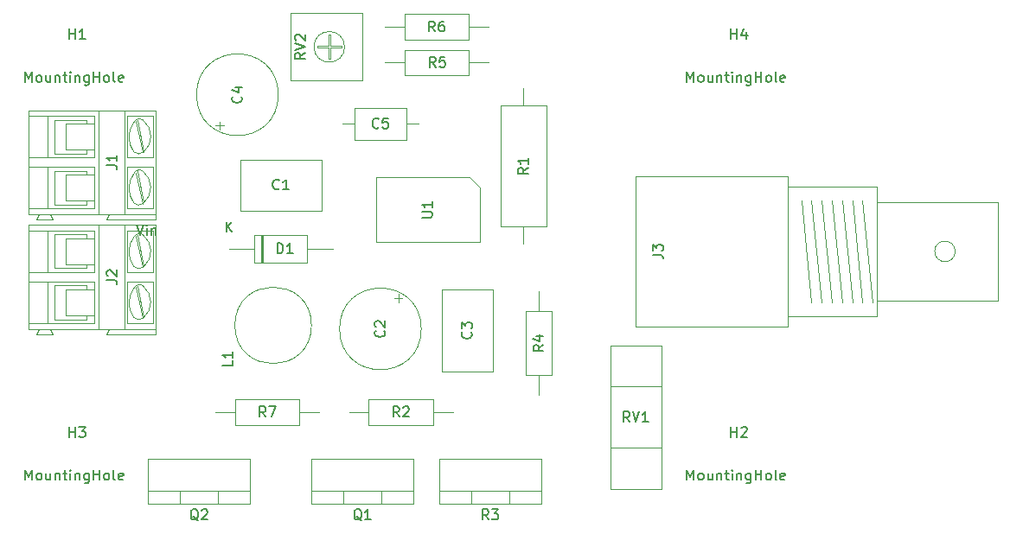
<source format=gbr>
G04 #@! TF.GenerationSoftware,KiCad,Pcbnew,(6.0.2)*
G04 #@! TF.CreationDate,2022-10-13T14:07:27+01:00*
G04 #@! TF.ProjectId,led_driver,6c65645f-6472-4697-9665-722e6b696361,rev?*
G04 #@! TF.SameCoordinates,Original*
G04 #@! TF.FileFunction,AssemblyDrawing,Top*
%FSLAX46Y46*%
G04 Gerber Fmt 4.6, Leading zero omitted, Abs format (unit mm)*
G04 Created by KiCad (PCBNEW (6.0.2)) date 2022-10-13 14:07:27*
%MOMM*%
%LPD*%
G01*
G04 APERTURE LIST*
%ADD10C,0.150000*%
%ADD11C,0.100000*%
G04 APERTURE END LIST*
D10*
X120833333Y-67107142D02*
X120785714Y-67154761D01*
X120642857Y-67202380D01*
X120547619Y-67202380D01*
X120404761Y-67154761D01*
X120309523Y-67059523D01*
X120261904Y-66964285D01*
X120214285Y-66773809D01*
X120214285Y-66630952D01*
X120261904Y-66440476D01*
X120309523Y-66345238D01*
X120404761Y-66250000D01*
X120547619Y-66202380D01*
X120642857Y-66202380D01*
X120785714Y-66250000D01*
X120833333Y-66297619D01*
X121738095Y-66202380D02*
X121261904Y-66202380D01*
X121214285Y-66678571D01*
X121261904Y-66630952D01*
X121357142Y-66583333D01*
X121595238Y-66583333D01*
X121690476Y-66630952D01*
X121738095Y-66678571D01*
X121785714Y-66773809D01*
X121785714Y-67011904D01*
X121738095Y-67107142D01*
X121690476Y-67154761D01*
X121595238Y-67202380D01*
X121357142Y-67202380D01*
X121261904Y-67154761D01*
X121214285Y-67107142D01*
X113642380Y-59805238D02*
X113166190Y-60138571D01*
X113642380Y-60376666D02*
X112642380Y-60376666D01*
X112642380Y-59995714D01*
X112690000Y-59900476D01*
X112737619Y-59852857D01*
X112832857Y-59805238D01*
X112975714Y-59805238D01*
X113070952Y-59852857D01*
X113118571Y-59900476D01*
X113166190Y-59995714D01*
X113166190Y-60376666D01*
X112642380Y-59519523D02*
X113642380Y-59186190D01*
X112642380Y-58852857D01*
X112737619Y-58567142D02*
X112690000Y-58519523D01*
X112642380Y-58424285D01*
X112642380Y-58186190D01*
X112690000Y-58090952D01*
X112737619Y-58043333D01*
X112832857Y-57995714D01*
X112928095Y-57995714D01*
X113070952Y-58043333D01*
X113642380Y-58614761D01*
X113642380Y-57995714D01*
X145404761Y-95952380D02*
X145071428Y-95476190D01*
X144833333Y-95952380D02*
X144833333Y-94952380D01*
X145214285Y-94952380D01*
X145309523Y-95000000D01*
X145357142Y-95047619D01*
X145404761Y-95142857D01*
X145404761Y-95285714D01*
X145357142Y-95380952D01*
X145309523Y-95428571D01*
X145214285Y-95476190D01*
X144833333Y-95476190D01*
X145690476Y-94952380D02*
X146023809Y-95952380D01*
X146357142Y-94952380D01*
X147214285Y-95952380D02*
X146642857Y-95952380D01*
X146928571Y-95952380D02*
X146928571Y-94952380D01*
X146833333Y-95095238D01*
X146738095Y-95190476D01*
X146642857Y-95238095D01*
X109753333Y-95452380D02*
X109420000Y-94976190D01*
X109181904Y-95452380D02*
X109181904Y-94452380D01*
X109562857Y-94452380D01*
X109658095Y-94500000D01*
X109705714Y-94547619D01*
X109753333Y-94642857D01*
X109753333Y-94785714D01*
X109705714Y-94880952D01*
X109658095Y-94928571D01*
X109562857Y-94976190D01*
X109181904Y-94976190D01*
X110086666Y-94452380D02*
X110753333Y-94452380D01*
X110324761Y-95452380D01*
X131583333Y-105527380D02*
X131250000Y-105051190D01*
X131011904Y-105527380D02*
X131011904Y-104527380D01*
X131392857Y-104527380D01*
X131488095Y-104575000D01*
X131535714Y-104622619D01*
X131583333Y-104717857D01*
X131583333Y-104860714D01*
X131535714Y-104955952D01*
X131488095Y-105003571D01*
X131392857Y-105051190D01*
X131011904Y-105051190D01*
X131916666Y-104527380D02*
X132535714Y-104527380D01*
X132202380Y-104908333D01*
X132345238Y-104908333D01*
X132440476Y-104955952D01*
X132488095Y-105003571D01*
X132535714Y-105098809D01*
X132535714Y-105336904D01*
X132488095Y-105432142D01*
X132440476Y-105479761D01*
X132345238Y-105527380D01*
X132059523Y-105527380D01*
X131964285Y-105479761D01*
X131916666Y-105432142D01*
X122833333Y-95452380D02*
X122500000Y-94976190D01*
X122261904Y-95452380D02*
X122261904Y-94452380D01*
X122642857Y-94452380D01*
X122738095Y-94500000D01*
X122785714Y-94547619D01*
X122833333Y-94642857D01*
X122833333Y-94785714D01*
X122785714Y-94880952D01*
X122738095Y-94928571D01*
X122642857Y-94976190D01*
X122261904Y-94976190D01*
X123214285Y-94547619D02*
X123261904Y-94500000D01*
X123357142Y-94452380D01*
X123595238Y-94452380D01*
X123690476Y-94500000D01*
X123738095Y-94547619D01*
X123785714Y-94642857D01*
X123785714Y-94738095D01*
X123738095Y-94880952D01*
X123166666Y-95452380D01*
X123785714Y-95452380D01*
X135452380Y-71046666D02*
X134976190Y-71380000D01*
X135452380Y-71618095D02*
X134452380Y-71618095D01*
X134452380Y-71237142D01*
X134500000Y-71141904D01*
X134547619Y-71094285D01*
X134642857Y-71046666D01*
X134785714Y-71046666D01*
X134880952Y-71094285D01*
X134928571Y-71141904D01*
X134976190Y-71237142D01*
X134976190Y-71618095D01*
X135452380Y-70094285D02*
X135452380Y-70665714D01*
X135452380Y-70380000D02*
X134452380Y-70380000D01*
X134595238Y-70475238D01*
X134690476Y-70570476D01*
X134738095Y-70665714D01*
X103154761Y-105622619D02*
X103059523Y-105575000D01*
X102964285Y-105479761D01*
X102821428Y-105336904D01*
X102726190Y-105289285D01*
X102630952Y-105289285D01*
X102678571Y-105527380D02*
X102583333Y-105479761D01*
X102488095Y-105384523D01*
X102440476Y-105194047D01*
X102440476Y-104860714D01*
X102488095Y-104670238D01*
X102583333Y-104575000D01*
X102678571Y-104527380D01*
X102869047Y-104527380D01*
X102964285Y-104575000D01*
X103059523Y-104670238D01*
X103107142Y-104860714D01*
X103107142Y-105194047D01*
X103059523Y-105384523D01*
X102964285Y-105479761D01*
X102869047Y-105527380D01*
X102678571Y-105527380D01*
X103488095Y-104622619D02*
X103535714Y-104575000D01*
X103630952Y-104527380D01*
X103869047Y-104527380D01*
X103964285Y-104575000D01*
X104011904Y-104622619D01*
X104059523Y-104717857D01*
X104059523Y-104813095D01*
X104011904Y-104955952D01*
X103440476Y-105527380D01*
X104059523Y-105527380D01*
X119154761Y-105622619D02*
X119059523Y-105575000D01*
X118964285Y-105479761D01*
X118821428Y-105336904D01*
X118726190Y-105289285D01*
X118630952Y-105289285D01*
X118678571Y-105527380D02*
X118583333Y-105479761D01*
X118488095Y-105384523D01*
X118440476Y-105194047D01*
X118440476Y-104860714D01*
X118488095Y-104670238D01*
X118583333Y-104575000D01*
X118678571Y-104527380D01*
X118869047Y-104527380D01*
X118964285Y-104575000D01*
X119059523Y-104670238D01*
X119107142Y-104860714D01*
X119107142Y-105194047D01*
X119059523Y-105384523D01*
X118964285Y-105479761D01*
X118869047Y-105527380D01*
X118678571Y-105527380D01*
X120059523Y-105527380D02*
X119488095Y-105527380D01*
X119773809Y-105527380D02*
X119773809Y-104527380D01*
X119678571Y-104670238D01*
X119583333Y-104765476D01*
X119488095Y-104813095D01*
X111083333Y-73107142D02*
X111035714Y-73154761D01*
X110892857Y-73202380D01*
X110797619Y-73202380D01*
X110654761Y-73154761D01*
X110559523Y-73059523D01*
X110511904Y-72964285D01*
X110464285Y-72773809D01*
X110464285Y-72630952D01*
X110511904Y-72440476D01*
X110559523Y-72345238D01*
X110654761Y-72250000D01*
X110797619Y-72202380D01*
X110892857Y-72202380D01*
X111035714Y-72250000D01*
X111083333Y-72297619D01*
X112035714Y-73202380D02*
X111464285Y-73202380D01*
X111750000Y-73202380D02*
X111750000Y-72202380D01*
X111654761Y-72345238D01*
X111559523Y-72440476D01*
X111464285Y-72488095D01*
X121357142Y-87014015D02*
X121404761Y-87061634D01*
X121452380Y-87204491D01*
X121452380Y-87299729D01*
X121404761Y-87442587D01*
X121309523Y-87537825D01*
X121214285Y-87585444D01*
X121023809Y-87633063D01*
X120880952Y-87633063D01*
X120690476Y-87585444D01*
X120595238Y-87537825D01*
X120500000Y-87442587D01*
X120452380Y-87299729D01*
X120452380Y-87204491D01*
X120500000Y-87061634D01*
X120547619Y-87014015D01*
X120547619Y-86633063D02*
X120500000Y-86585444D01*
X120452380Y-86490206D01*
X120452380Y-86252110D01*
X120500000Y-86156872D01*
X120547619Y-86109253D01*
X120642857Y-86061634D01*
X120738095Y-86061634D01*
X120880952Y-86109253D01*
X121452380Y-86680682D01*
X121452380Y-86061634D01*
X129857142Y-87166666D02*
X129904761Y-87214285D01*
X129952380Y-87357142D01*
X129952380Y-87452380D01*
X129904761Y-87595238D01*
X129809523Y-87690476D01*
X129714285Y-87738095D01*
X129523809Y-87785714D01*
X129380952Y-87785714D01*
X129190476Y-87738095D01*
X129095238Y-87690476D01*
X129000000Y-87595238D01*
X128952380Y-87452380D01*
X128952380Y-87357142D01*
X129000000Y-87214285D01*
X129047619Y-87166666D01*
X128952380Y-86833333D02*
X128952380Y-86214285D01*
X129333333Y-86547619D01*
X129333333Y-86404761D01*
X129380952Y-86309523D01*
X129428571Y-86261904D01*
X129523809Y-86214285D01*
X129761904Y-86214285D01*
X129857142Y-86261904D01*
X129904761Y-86309523D01*
X129952380Y-86404761D01*
X129952380Y-86690476D01*
X129904761Y-86785714D01*
X129857142Y-86833333D01*
X107357142Y-64069317D02*
X107404761Y-64116936D01*
X107452380Y-64259793D01*
X107452380Y-64355031D01*
X107404761Y-64497889D01*
X107309523Y-64593127D01*
X107214285Y-64640746D01*
X107023809Y-64688365D01*
X106880952Y-64688365D01*
X106690476Y-64640746D01*
X106595238Y-64593127D01*
X106500000Y-64497889D01*
X106452380Y-64355031D01*
X106452380Y-64259793D01*
X106500000Y-64116936D01*
X106547619Y-64069317D01*
X106785714Y-63212174D02*
X107452380Y-63212174D01*
X106404761Y-63450270D02*
X107119047Y-63688365D01*
X107119047Y-63069317D01*
X105908095Y-77352380D02*
X105908095Y-76352380D01*
X106479523Y-77352380D02*
X106050952Y-76780952D01*
X106479523Y-76352380D02*
X105908095Y-76923809D01*
X110901904Y-79452380D02*
X110901904Y-78452380D01*
X111140000Y-78452380D01*
X111282857Y-78500000D01*
X111378095Y-78595238D01*
X111425714Y-78690476D01*
X111473333Y-78880952D01*
X111473333Y-79023809D01*
X111425714Y-79214285D01*
X111378095Y-79309523D01*
X111282857Y-79404761D01*
X111140000Y-79452380D01*
X110901904Y-79452380D01*
X112425714Y-79452380D02*
X111854285Y-79452380D01*
X112140000Y-79452380D02*
X112140000Y-78452380D01*
X112044761Y-78595238D01*
X111949523Y-78690476D01*
X111854285Y-78738095D01*
X94202380Y-82068333D02*
X94916666Y-82068333D01*
X95059523Y-82115952D01*
X95154761Y-82211190D01*
X95202380Y-82354047D01*
X95202380Y-82449285D01*
X94297619Y-81639761D02*
X94250000Y-81592142D01*
X94202380Y-81496904D01*
X94202380Y-81258809D01*
X94250000Y-81163571D01*
X94297619Y-81115952D01*
X94392857Y-81068333D01*
X94488095Y-81068333D01*
X94630952Y-81115952D01*
X95202380Y-81687380D01*
X95202380Y-81068333D01*
X147652380Y-79583333D02*
X148366666Y-79583333D01*
X148509523Y-79630952D01*
X148604761Y-79726190D01*
X148652380Y-79869047D01*
X148652380Y-79964285D01*
X147652380Y-79202380D02*
X147652380Y-78583333D01*
X148033333Y-78916666D01*
X148033333Y-78773809D01*
X148080952Y-78678571D01*
X148128571Y-78630952D01*
X148223809Y-78583333D01*
X148461904Y-78583333D01*
X148557142Y-78630952D01*
X148604761Y-78678571D01*
X148652380Y-78773809D01*
X148652380Y-79059523D01*
X148604761Y-79154761D01*
X148557142Y-79202380D01*
X136952380Y-88416666D02*
X136476190Y-88750000D01*
X136952380Y-88988095D02*
X135952380Y-88988095D01*
X135952380Y-88607142D01*
X136000000Y-88511904D01*
X136047619Y-88464285D01*
X136142857Y-88416666D01*
X136285714Y-88416666D01*
X136380952Y-88464285D01*
X136428571Y-88511904D01*
X136476190Y-88607142D01*
X136476190Y-88988095D01*
X136285714Y-87559523D02*
X136952380Y-87559523D01*
X135904761Y-87797619D02*
X136619047Y-88035714D01*
X136619047Y-87416666D01*
X126384133Y-61202380D02*
X126050800Y-60726190D01*
X125812704Y-61202380D02*
X125812704Y-60202380D01*
X126193657Y-60202380D01*
X126288895Y-60250000D01*
X126336514Y-60297619D01*
X126384133Y-60392857D01*
X126384133Y-60535714D01*
X126336514Y-60630952D01*
X126288895Y-60678571D01*
X126193657Y-60726190D01*
X125812704Y-60726190D01*
X127288895Y-60202380D02*
X126812704Y-60202380D01*
X126765085Y-60678571D01*
X126812704Y-60630952D01*
X126907942Y-60583333D01*
X127146038Y-60583333D01*
X127241276Y-60630952D01*
X127288895Y-60678571D01*
X127336514Y-60773809D01*
X127336514Y-61011904D01*
X127288895Y-61107142D01*
X127241276Y-61154761D01*
X127146038Y-61202380D01*
X126907942Y-61202380D01*
X126812704Y-61154761D01*
X126765085Y-61107142D01*
X125080780Y-75932704D02*
X125890304Y-75932704D01*
X125985542Y-75885085D01*
X126033161Y-75837466D01*
X126080780Y-75742228D01*
X126080780Y-75551752D01*
X126033161Y-75456514D01*
X125985542Y-75408895D01*
X125890304Y-75361276D01*
X125080780Y-75361276D01*
X126080780Y-74361276D02*
X126080780Y-74932704D01*
X126080780Y-74646990D02*
X125080780Y-74646990D01*
X125223638Y-74742228D01*
X125318876Y-74837466D01*
X125366495Y-74932704D01*
X86214285Y-62652380D02*
X86214285Y-61652380D01*
X86547619Y-62366666D01*
X86880952Y-61652380D01*
X86880952Y-62652380D01*
X87500000Y-62652380D02*
X87404761Y-62604761D01*
X87357142Y-62557142D01*
X87309523Y-62461904D01*
X87309523Y-62176190D01*
X87357142Y-62080952D01*
X87404761Y-62033333D01*
X87500000Y-61985714D01*
X87642857Y-61985714D01*
X87738095Y-62033333D01*
X87785714Y-62080952D01*
X87833333Y-62176190D01*
X87833333Y-62461904D01*
X87785714Y-62557142D01*
X87738095Y-62604761D01*
X87642857Y-62652380D01*
X87500000Y-62652380D01*
X88690476Y-61985714D02*
X88690476Y-62652380D01*
X88261904Y-61985714D02*
X88261904Y-62509523D01*
X88309523Y-62604761D01*
X88404761Y-62652380D01*
X88547619Y-62652380D01*
X88642857Y-62604761D01*
X88690476Y-62557142D01*
X89166666Y-61985714D02*
X89166666Y-62652380D01*
X89166666Y-62080952D02*
X89214285Y-62033333D01*
X89309523Y-61985714D01*
X89452380Y-61985714D01*
X89547619Y-62033333D01*
X89595238Y-62128571D01*
X89595238Y-62652380D01*
X89928571Y-61985714D02*
X90309523Y-61985714D01*
X90071428Y-61652380D02*
X90071428Y-62509523D01*
X90119047Y-62604761D01*
X90214285Y-62652380D01*
X90309523Y-62652380D01*
X90642857Y-62652380D02*
X90642857Y-61985714D01*
X90642857Y-61652380D02*
X90595238Y-61700000D01*
X90642857Y-61747619D01*
X90690476Y-61700000D01*
X90642857Y-61652380D01*
X90642857Y-61747619D01*
X91119047Y-61985714D02*
X91119047Y-62652380D01*
X91119047Y-62080952D02*
X91166666Y-62033333D01*
X91261904Y-61985714D01*
X91404761Y-61985714D01*
X91500000Y-62033333D01*
X91547619Y-62128571D01*
X91547619Y-62652380D01*
X92452380Y-61985714D02*
X92452380Y-62795238D01*
X92404761Y-62890476D01*
X92357142Y-62938095D01*
X92261904Y-62985714D01*
X92119047Y-62985714D01*
X92023809Y-62938095D01*
X92452380Y-62604761D02*
X92357142Y-62652380D01*
X92166666Y-62652380D01*
X92071428Y-62604761D01*
X92023809Y-62557142D01*
X91976190Y-62461904D01*
X91976190Y-62176190D01*
X92023809Y-62080952D01*
X92071428Y-62033333D01*
X92166666Y-61985714D01*
X92357142Y-61985714D01*
X92452380Y-62033333D01*
X92928571Y-62652380D02*
X92928571Y-61652380D01*
X92928571Y-62128571D02*
X93500000Y-62128571D01*
X93500000Y-62652380D02*
X93500000Y-61652380D01*
X94119047Y-62652380D02*
X94023809Y-62604761D01*
X93976190Y-62557142D01*
X93928571Y-62461904D01*
X93928571Y-62176190D01*
X93976190Y-62080952D01*
X94023809Y-62033333D01*
X94119047Y-61985714D01*
X94261904Y-61985714D01*
X94357142Y-62033333D01*
X94404761Y-62080952D01*
X94452380Y-62176190D01*
X94452380Y-62461904D01*
X94404761Y-62557142D01*
X94357142Y-62604761D01*
X94261904Y-62652380D01*
X94119047Y-62652380D01*
X95023809Y-62652380D02*
X94928571Y-62604761D01*
X94880952Y-62509523D01*
X94880952Y-61652380D01*
X95785714Y-62604761D02*
X95690476Y-62652380D01*
X95500000Y-62652380D01*
X95404761Y-62604761D01*
X95357142Y-62509523D01*
X95357142Y-62128571D01*
X95404761Y-62033333D01*
X95500000Y-61985714D01*
X95690476Y-61985714D01*
X95785714Y-62033333D01*
X95833333Y-62128571D01*
X95833333Y-62223809D01*
X95357142Y-62319047D01*
X90538095Y-58452380D02*
X90538095Y-57452380D01*
X90538095Y-57928571D02*
X91109523Y-57928571D01*
X91109523Y-58452380D02*
X91109523Y-57452380D01*
X92109523Y-58452380D02*
X91538095Y-58452380D01*
X91823809Y-58452380D02*
X91823809Y-57452380D01*
X91728571Y-57595238D01*
X91633333Y-57690476D01*
X91538095Y-57738095D01*
X86214285Y-101652380D02*
X86214285Y-100652380D01*
X86547619Y-101366666D01*
X86880952Y-100652380D01*
X86880952Y-101652380D01*
X87500000Y-101652380D02*
X87404761Y-101604761D01*
X87357142Y-101557142D01*
X87309523Y-101461904D01*
X87309523Y-101176190D01*
X87357142Y-101080952D01*
X87404761Y-101033333D01*
X87500000Y-100985714D01*
X87642857Y-100985714D01*
X87738095Y-101033333D01*
X87785714Y-101080952D01*
X87833333Y-101176190D01*
X87833333Y-101461904D01*
X87785714Y-101557142D01*
X87738095Y-101604761D01*
X87642857Y-101652380D01*
X87500000Y-101652380D01*
X88690476Y-100985714D02*
X88690476Y-101652380D01*
X88261904Y-100985714D02*
X88261904Y-101509523D01*
X88309523Y-101604761D01*
X88404761Y-101652380D01*
X88547619Y-101652380D01*
X88642857Y-101604761D01*
X88690476Y-101557142D01*
X89166666Y-100985714D02*
X89166666Y-101652380D01*
X89166666Y-101080952D02*
X89214285Y-101033333D01*
X89309523Y-100985714D01*
X89452380Y-100985714D01*
X89547619Y-101033333D01*
X89595238Y-101128571D01*
X89595238Y-101652380D01*
X89928571Y-100985714D02*
X90309523Y-100985714D01*
X90071428Y-100652380D02*
X90071428Y-101509523D01*
X90119047Y-101604761D01*
X90214285Y-101652380D01*
X90309523Y-101652380D01*
X90642857Y-101652380D02*
X90642857Y-100985714D01*
X90642857Y-100652380D02*
X90595238Y-100700000D01*
X90642857Y-100747619D01*
X90690476Y-100700000D01*
X90642857Y-100652380D01*
X90642857Y-100747619D01*
X91119047Y-100985714D02*
X91119047Y-101652380D01*
X91119047Y-101080952D02*
X91166666Y-101033333D01*
X91261904Y-100985714D01*
X91404761Y-100985714D01*
X91500000Y-101033333D01*
X91547619Y-101128571D01*
X91547619Y-101652380D01*
X92452380Y-100985714D02*
X92452380Y-101795238D01*
X92404761Y-101890476D01*
X92357142Y-101938095D01*
X92261904Y-101985714D01*
X92119047Y-101985714D01*
X92023809Y-101938095D01*
X92452380Y-101604761D02*
X92357142Y-101652380D01*
X92166666Y-101652380D01*
X92071428Y-101604761D01*
X92023809Y-101557142D01*
X91976190Y-101461904D01*
X91976190Y-101176190D01*
X92023809Y-101080952D01*
X92071428Y-101033333D01*
X92166666Y-100985714D01*
X92357142Y-100985714D01*
X92452380Y-101033333D01*
X92928571Y-101652380D02*
X92928571Y-100652380D01*
X92928571Y-101128571D02*
X93500000Y-101128571D01*
X93500000Y-101652380D02*
X93500000Y-100652380D01*
X94119047Y-101652380D02*
X94023809Y-101604761D01*
X93976190Y-101557142D01*
X93928571Y-101461904D01*
X93928571Y-101176190D01*
X93976190Y-101080952D01*
X94023809Y-101033333D01*
X94119047Y-100985714D01*
X94261904Y-100985714D01*
X94357142Y-101033333D01*
X94404761Y-101080952D01*
X94452380Y-101176190D01*
X94452380Y-101461904D01*
X94404761Y-101557142D01*
X94357142Y-101604761D01*
X94261904Y-101652380D01*
X94119047Y-101652380D01*
X95023809Y-101652380D02*
X94928571Y-101604761D01*
X94880952Y-101509523D01*
X94880952Y-100652380D01*
X95785714Y-101604761D02*
X95690476Y-101652380D01*
X95500000Y-101652380D01*
X95404761Y-101604761D01*
X95357142Y-101509523D01*
X95357142Y-101128571D01*
X95404761Y-101033333D01*
X95500000Y-100985714D01*
X95690476Y-100985714D01*
X95785714Y-101033333D01*
X95833333Y-101128571D01*
X95833333Y-101223809D01*
X95357142Y-101319047D01*
X90538095Y-97452380D02*
X90538095Y-96452380D01*
X90538095Y-96928571D02*
X91109523Y-96928571D01*
X91109523Y-97452380D02*
X91109523Y-96452380D01*
X91490476Y-96452380D02*
X92109523Y-96452380D01*
X91776190Y-96833333D01*
X91919047Y-96833333D01*
X92014285Y-96880952D01*
X92061904Y-96928571D01*
X92109523Y-97023809D01*
X92109523Y-97261904D01*
X92061904Y-97357142D01*
X92014285Y-97404761D01*
X91919047Y-97452380D01*
X91633333Y-97452380D01*
X91538095Y-97404761D01*
X91490476Y-97357142D01*
X126333333Y-57702380D02*
X126000000Y-57226190D01*
X125761904Y-57702380D02*
X125761904Y-56702380D01*
X126142857Y-56702380D01*
X126238095Y-56750000D01*
X126285714Y-56797619D01*
X126333333Y-56892857D01*
X126333333Y-57035714D01*
X126285714Y-57130952D01*
X126238095Y-57178571D01*
X126142857Y-57226190D01*
X125761904Y-57226190D01*
X127190476Y-56702380D02*
X127000000Y-56702380D01*
X126904761Y-56750000D01*
X126857142Y-56797619D01*
X126761904Y-56940476D01*
X126714285Y-57130952D01*
X126714285Y-57511904D01*
X126761904Y-57607142D01*
X126809523Y-57654761D01*
X126904761Y-57702380D01*
X127095238Y-57702380D01*
X127190476Y-57654761D01*
X127238095Y-57607142D01*
X127285714Y-57511904D01*
X127285714Y-57273809D01*
X127238095Y-57178571D01*
X127190476Y-57130952D01*
X127095238Y-57083333D01*
X126904761Y-57083333D01*
X126809523Y-57130952D01*
X126761904Y-57178571D01*
X126714285Y-57273809D01*
X151014285Y-62652380D02*
X151014285Y-61652380D01*
X151347619Y-62366666D01*
X151680952Y-61652380D01*
X151680952Y-62652380D01*
X152300000Y-62652380D02*
X152204761Y-62604761D01*
X152157142Y-62557142D01*
X152109523Y-62461904D01*
X152109523Y-62176190D01*
X152157142Y-62080952D01*
X152204761Y-62033333D01*
X152300000Y-61985714D01*
X152442857Y-61985714D01*
X152538095Y-62033333D01*
X152585714Y-62080952D01*
X152633333Y-62176190D01*
X152633333Y-62461904D01*
X152585714Y-62557142D01*
X152538095Y-62604761D01*
X152442857Y-62652380D01*
X152300000Y-62652380D01*
X153490476Y-61985714D02*
X153490476Y-62652380D01*
X153061904Y-61985714D02*
X153061904Y-62509523D01*
X153109523Y-62604761D01*
X153204761Y-62652380D01*
X153347619Y-62652380D01*
X153442857Y-62604761D01*
X153490476Y-62557142D01*
X153966666Y-61985714D02*
X153966666Y-62652380D01*
X153966666Y-62080952D02*
X154014285Y-62033333D01*
X154109523Y-61985714D01*
X154252380Y-61985714D01*
X154347619Y-62033333D01*
X154395238Y-62128571D01*
X154395238Y-62652380D01*
X154728571Y-61985714D02*
X155109523Y-61985714D01*
X154871428Y-61652380D02*
X154871428Y-62509523D01*
X154919047Y-62604761D01*
X155014285Y-62652380D01*
X155109523Y-62652380D01*
X155442857Y-62652380D02*
X155442857Y-61985714D01*
X155442857Y-61652380D02*
X155395238Y-61700000D01*
X155442857Y-61747619D01*
X155490476Y-61700000D01*
X155442857Y-61652380D01*
X155442857Y-61747619D01*
X155919047Y-61985714D02*
X155919047Y-62652380D01*
X155919047Y-62080952D02*
X155966666Y-62033333D01*
X156061904Y-61985714D01*
X156204761Y-61985714D01*
X156300000Y-62033333D01*
X156347619Y-62128571D01*
X156347619Y-62652380D01*
X157252380Y-61985714D02*
X157252380Y-62795238D01*
X157204761Y-62890476D01*
X157157142Y-62938095D01*
X157061904Y-62985714D01*
X156919047Y-62985714D01*
X156823809Y-62938095D01*
X157252380Y-62604761D02*
X157157142Y-62652380D01*
X156966666Y-62652380D01*
X156871428Y-62604761D01*
X156823809Y-62557142D01*
X156776190Y-62461904D01*
X156776190Y-62176190D01*
X156823809Y-62080952D01*
X156871428Y-62033333D01*
X156966666Y-61985714D01*
X157157142Y-61985714D01*
X157252380Y-62033333D01*
X157728571Y-62652380D02*
X157728571Y-61652380D01*
X157728571Y-62128571D02*
X158300000Y-62128571D01*
X158300000Y-62652380D02*
X158300000Y-61652380D01*
X158919047Y-62652380D02*
X158823809Y-62604761D01*
X158776190Y-62557142D01*
X158728571Y-62461904D01*
X158728571Y-62176190D01*
X158776190Y-62080952D01*
X158823809Y-62033333D01*
X158919047Y-61985714D01*
X159061904Y-61985714D01*
X159157142Y-62033333D01*
X159204761Y-62080952D01*
X159252380Y-62176190D01*
X159252380Y-62461904D01*
X159204761Y-62557142D01*
X159157142Y-62604761D01*
X159061904Y-62652380D01*
X158919047Y-62652380D01*
X159823809Y-62652380D02*
X159728571Y-62604761D01*
X159680952Y-62509523D01*
X159680952Y-61652380D01*
X160585714Y-62604761D02*
X160490476Y-62652380D01*
X160300000Y-62652380D01*
X160204761Y-62604761D01*
X160157142Y-62509523D01*
X160157142Y-62128571D01*
X160204761Y-62033333D01*
X160300000Y-61985714D01*
X160490476Y-61985714D01*
X160585714Y-62033333D01*
X160633333Y-62128571D01*
X160633333Y-62223809D01*
X160157142Y-62319047D01*
X155338095Y-58452380D02*
X155338095Y-57452380D01*
X155338095Y-57928571D02*
X155909523Y-57928571D01*
X155909523Y-58452380D02*
X155909523Y-57452380D01*
X156814285Y-57785714D02*
X156814285Y-58452380D01*
X156576190Y-57404761D02*
X156338095Y-58119047D01*
X156957142Y-58119047D01*
X97126190Y-76652380D02*
X97459523Y-77652380D01*
X97792857Y-76652380D01*
X98126190Y-77652380D02*
X98126190Y-76985714D01*
X98126190Y-76652380D02*
X98078571Y-76700000D01*
X98126190Y-76747619D01*
X98173809Y-76700000D01*
X98126190Y-76652380D01*
X98126190Y-76747619D01*
X98602380Y-76985714D02*
X98602380Y-77652380D01*
X98602380Y-77080952D02*
X98650000Y-77033333D01*
X98745238Y-76985714D01*
X98888095Y-76985714D01*
X98983333Y-77033333D01*
X99030952Y-77128571D01*
X99030952Y-77652380D01*
X94202380Y-70833333D02*
X94916666Y-70833333D01*
X95059523Y-70880952D01*
X95154761Y-70976190D01*
X95202380Y-71119047D01*
X95202380Y-71214285D01*
X95202380Y-69833333D02*
X95202380Y-70404761D01*
X95202380Y-70119047D02*
X94202380Y-70119047D01*
X94345238Y-70214285D01*
X94440476Y-70309523D01*
X94488095Y-70404761D01*
X151014285Y-101652380D02*
X151014285Y-100652380D01*
X151347619Y-101366666D01*
X151680952Y-100652380D01*
X151680952Y-101652380D01*
X152300000Y-101652380D02*
X152204761Y-101604761D01*
X152157142Y-101557142D01*
X152109523Y-101461904D01*
X152109523Y-101176190D01*
X152157142Y-101080952D01*
X152204761Y-101033333D01*
X152300000Y-100985714D01*
X152442857Y-100985714D01*
X152538095Y-101033333D01*
X152585714Y-101080952D01*
X152633333Y-101176190D01*
X152633333Y-101461904D01*
X152585714Y-101557142D01*
X152538095Y-101604761D01*
X152442857Y-101652380D01*
X152300000Y-101652380D01*
X153490476Y-100985714D02*
X153490476Y-101652380D01*
X153061904Y-100985714D02*
X153061904Y-101509523D01*
X153109523Y-101604761D01*
X153204761Y-101652380D01*
X153347619Y-101652380D01*
X153442857Y-101604761D01*
X153490476Y-101557142D01*
X153966666Y-100985714D02*
X153966666Y-101652380D01*
X153966666Y-101080952D02*
X154014285Y-101033333D01*
X154109523Y-100985714D01*
X154252380Y-100985714D01*
X154347619Y-101033333D01*
X154395238Y-101128571D01*
X154395238Y-101652380D01*
X154728571Y-100985714D02*
X155109523Y-100985714D01*
X154871428Y-100652380D02*
X154871428Y-101509523D01*
X154919047Y-101604761D01*
X155014285Y-101652380D01*
X155109523Y-101652380D01*
X155442857Y-101652380D02*
X155442857Y-100985714D01*
X155442857Y-100652380D02*
X155395238Y-100700000D01*
X155442857Y-100747619D01*
X155490476Y-100700000D01*
X155442857Y-100652380D01*
X155442857Y-100747619D01*
X155919047Y-100985714D02*
X155919047Y-101652380D01*
X155919047Y-101080952D02*
X155966666Y-101033333D01*
X156061904Y-100985714D01*
X156204761Y-100985714D01*
X156300000Y-101033333D01*
X156347619Y-101128571D01*
X156347619Y-101652380D01*
X157252380Y-100985714D02*
X157252380Y-101795238D01*
X157204761Y-101890476D01*
X157157142Y-101938095D01*
X157061904Y-101985714D01*
X156919047Y-101985714D01*
X156823809Y-101938095D01*
X157252380Y-101604761D02*
X157157142Y-101652380D01*
X156966666Y-101652380D01*
X156871428Y-101604761D01*
X156823809Y-101557142D01*
X156776190Y-101461904D01*
X156776190Y-101176190D01*
X156823809Y-101080952D01*
X156871428Y-101033333D01*
X156966666Y-100985714D01*
X157157142Y-100985714D01*
X157252380Y-101033333D01*
X157728571Y-101652380D02*
X157728571Y-100652380D01*
X157728571Y-101128571D02*
X158300000Y-101128571D01*
X158300000Y-101652380D02*
X158300000Y-100652380D01*
X158919047Y-101652380D02*
X158823809Y-101604761D01*
X158776190Y-101557142D01*
X158728571Y-101461904D01*
X158728571Y-101176190D01*
X158776190Y-101080952D01*
X158823809Y-101033333D01*
X158919047Y-100985714D01*
X159061904Y-100985714D01*
X159157142Y-101033333D01*
X159204761Y-101080952D01*
X159252380Y-101176190D01*
X159252380Y-101461904D01*
X159204761Y-101557142D01*
X159157142Y-101604761D01*
X159061904Y-101652380D01*
X158919047Y-101652380D01*
X159823809Y-101652380D02*
X159728571Y-101604761D01*
X159680952Y-101509523D01*
X159680952Y-100652380D01*
X160585714Y-101604761D02*
X160490476Y-101652380D01*
X160300000Y-101652380D01*
X160204761Y-101604761D01*
X160157142Y-101509523D01*
X160157142Y-101128571D01*
X160204761Y-101033333D01*
X160300000Y-100985714D01*
X160490476Y-100985714D01*
X160585714Y-101033333D01*
X160633333Y-101128571D01*
X160633333Y-101223809D01*
X160157142Y-101319047D01*
X155338095Y-97452380D02*
X155338095Y-96452380D01*
X155338095Y-96928571D02*
X155909523Y-96928571D01*
X155909523Y-97452380D02*
X155909523Y-96452380D01*
X156338095Y-96547619D02*
X156385714Y-96500000D01*
X156480952Y-96452380D01*
X156719047Y-96452380D01*
X156814285Y-96500000D01*
X156861904Y-96547619D01*
X156909523Y-96642857D01*
X156909523Y-96738095D01*
X156861904Y-96880952D01*
X156290476Y-97452380D01*
X156909523Y-97452380D01*
X106552380Y-89966666D02*
X106552380Y-90442857D01*
X105552380Y-90442857D01*
X106552380Y-89109523D02*
X106552380Y-89680952D01*
X106552380Y-89395238D02*
X105552380Y-89395238D01*
X105695238Y-89490476D01*
X105790476Y-89585714D01*
X105838095Y-89680952D01*
D11*
X117250000Y-66750000D02*
X118450000Y-66750000D01*
X123550000Y-68300000D02*
X123550000Y-65200000D01*
X118450000Y-68300000D02*
X123550000Y-68300000D01*
X118450000Y-65200000D02*
X118450000Y-68300000D01*
X123550000Y-65200000D02*
X118450000Y-65200000D01*
X124750000Y-66750000D02*
X123550000Y-66750000D01*
X112190000Y-55910000D02*
X112190000Y-62510000D01*
X116066000Y-60411000D02*
X115914000Y-60411000D01*
X112190000Y-62510000D02*
X119190000Y-62510000D01*
X115914000Y-59286000D02*
X114789000Y-59286000D01*
X114789000Y-59286000D02*
X114789000Y-59134000D01*
X116066000Y-59286000D02*
X116066000Y-60411000D01*
X117191000Y-59286000D02*
X116066000Y-59286000D01*
X115914000Y-60411000D02*
X115914000Y-59286000D01*
X116066000Y-59134000D02*
X117191000Y-59134000D01*
X119190000Y-62510000D02*
X119190000Y-55910000D01*
X119190000Y-55910000D02*
X112190000Y-55910000D01*
X117191000Y-59134000D02*
X117191000Y-59286000D01*
X116066000Y-58009000D02*
X116066000Y-59134000D01*
X115914000Y-59134000D02*
X115914000Y-58009000D01*
X114789000Y-59134000D02*
X115914000Y-59134000D01*
X115914000Y-58009000D02*
X116066000Y-58009000D01*
X117490000Y-59210000D02*
G75*
G03*
X117490000Y-59210000I-1500000J0D01*
G01*
X148500000Y-102500000D02*
X143500000Y-102500000D01*
X143500000Y-92500000D02*
X143500000Y-98500000D01*
X143500000Y-88500000D02*
X148500000Y-88500000D01*
X143500000Y-98500000D02*
X148500000Y-98500000D01*
X143500000Y-102500000D02*
X143500000Y-88500000D01*
X148500000Y-92500000D02*
X143500000Y-92500000D01*
X148500000Y-88500000D02*
X148500000Y-102500000D01*
X148500000Y-98500000D02*
X148500000Y-92500000D01*
X106770000Y-96250000D02*
X113070000Y-96250000D01*
X113070000Y-93750000D02*
X106770000Y-93750000D01*
X106770000Y-93750000D02*
X106770000Y-96250000D01*
X113070000Y-96250000D02*
X113070000Y-93750000D01*
X115000000Y-95000000D02*
X113070000Y-95000000D01*
X104840000Y-95000000D02*
X106770000Y-95000000D01*
X133600000Y-103955000D02*
X133600000Y-102685000D01*
X126750000Y-99555000D02*
X126750000Y-103955000D01*
X129900000Y-103955000D02*
X129900000Y-102685000D01*
X136750000Y-102685000D02*
X126750000Y-102685000D01*
X136750000Y-103955000D02*
X136750000Y-99555000D01*
X136750000Y-99555000D02*
X126750000Y-99555000D01*
X126750000Y-103955000D02*
X136750000Y-103955000D01*
X126150000Y-93750000D02*
X119850000Y-93750000D01*
X119850000Y-96250000D02*
X126150000Y-96250000D01*
X126150000Y-96250000D02*
X126150000Y-93750000D01*
X119850000Y-93750000D02*
X119850000Y-96250000D01*
X117920000Y-95000000D02*
X119850000Y-95000000D01*
X128080000Y-95000000D02*
X126150000Y-95000000D01*
X132750000Y-64930000D02*
X132750000Y-76830000D01*
X137250000Y-64930000D02*
X132750000Y-64930000D01*
X135000000Y-78500000D02*
X135000000Y-76830000D01*
X137250000Y-76830000D02*
X137250000Y-64930000D01*
X132750000Y-76830000D02*
X137250000Y-76830000D01*
X135000000Y-63260000D02*
X135000000Y-64930000D01*
X98250000Y-99555000D02*
X98250000Y-103955000D01*
X101400000Y-103955000D02*
X101400000Y-102685000D01*
X108250000Y-102685000D02*
X98250000Y-102685000D01*
X98250000Y-103955000D02*
X108250000Y-103955000D01*
X108250000Y-99555000D02*
X98250000Y-99555000D01*
X105100000Y-103955000D02*
X105100000Y-102685000D01*
X108250000Y-103955000D02*
X108250000Y-99555000D01*
X114250000Y-99555000D02*
X114250000Y-103955000D01*
X117400000Y-103955000D02*
X117400000Y-102685000D01*
X124250000Y-102685000D02*
X114250000Y-102685000D01*
X114250000Y-103955000D02*
X124250000Y-103955000D01*
X124250000Y-99555000D02*
X114250000Y-99555000D01*
X121100000Y-103955000D02*
X121100000Y-102685000D01*
X124250000Y-103955000D02*
X124250000Y-99555000D01*
X107250000Y-70250000D02*
X107250000Y-75250000D01*
X115250000Y-75250000D02*
X115250000Y-70250000D01*
X115250000Y-70250000D02*
X107250000Y-70250000D01*
X107250000Y-75250000D02*
X115250000Y-75250000D01*
X123147500Y-83820590D02*
X122347500Y-83820590D01*
X122747500Y-83420590D02*
X122747500Y-84220590D01*
X125000000Y-86847349D02*
G75*
G03*
X125000000Y-86847349I-4000000J0D01*
G01*
X127000000Y-91000000D02*
X132000000Y-91000000D01*
X127000000Y-83000000D02*
X127000000Y-91000000D01*
X132000000Y-83000000D02*
X127000000Y-83000000D01*
X132000000Y-91000000D02*
X132000000Y-83000000D01*
X104852500Y-66929410D02*
X105652500Y-66929410D01*
X105252500Y-67329410D02*
X105252500Y-66529410D01*
X111000000Y-63902651D02*
G75*
G03*
X111000000Y-63902651I-4000000J0D01*
G01*
X106170000Y-79000000D02*
X108650000Y-79000000D01*
X109330000Y-77650000D02*
X109330000Y-80350000D01*
X109530000Y-77650000D02*
X109530000Y-80350000D01*
X113850000Y-77650000D02*
X108650000Y-77650000D01*
X108650000Y-80350000D02*
X113850000Y-80350000D01*
X113850000Y-80350000D02*
X113850000Y-77650000D01*
X116330000Y-79000000D02*
X113850000Y-79000000D01*
X109430000Y-77650000D02*
X109430000Y-80350000D01*
X108650000Y-77650000D02*
X108650000Y-80350000D01*
X88940000Y-87345000D02*
X87290000Y-87345000D01*
X86530000Y-81275000D02*
X88430000Y-81275000D01*
X87290000Y-87345000D02*
X87540000Y-86845000D01*
X98720000Y-81275000D02*
X98720000Y-77215000D01*
X86530000Y-76655000D02*
X86530000Y-77215000D01*
X93000000Y-86285000D02*
X88430000Y-86285000D01*
X86530000Y-86285000D02*
X86530000Y-86845000D01*
X93000000Y-77215000D02*
X88430000Y-77215000D01*
X90210000Y-77975000D02*
X93000000Y-77975000D01*
X93000000Y-77975000D02*
X93000000Y-80515000D01*
X95920000Y-76655000D02*
X98970000Y-76655000D01*
X94400000Y-86845000D02*
X93390000Y-86845000D01*
X90210000Y-85515000D02*
X93000000Y-85515000D01*
X98970000Y-87345000D02*
X94150000Y-87345000D01*
X89070000Y-82595000D02*
X92240000Y-82595000D01*
X98970000Y-86845000D02*
X98970000Y-87345000D01*
X96180000Y-86285000D02*
X96180000Y-82215000D01*
X92240000Y-77595000D02*
X92240000Y-77975000D01*
X92240000Y-80895000D02*
X92240000Y-80515000D01*
X96180000Y-82215000D02*
X98720000Y-82215000D01*
X98720000Y-86285000D02*
X96180000Y-86285000D01*
X87540000Y-86845000D02*
X86530000Y-86845000D01*
X89070000Y-77595000D02*
X92240000Y-77595000D01*
X93000000Y-86285000D02*
X93000000Y-85905000D01*
X93000000Y-81275000D02*
X93000000Y-80895000D01*
X89070000Y-80895000D02*
X92240000Y-80895000D01*
X86530000Y-82215000D02*
X86530000Y-86285000D01*
X88430000Y-81275000D02*
X93000000Y-81275000D01*
X97200000Y-82625000D02*
X97830000Y-85675000D01*
X96180000Y-81275000D02*
X98720000Y-81275000D01*
X98720000Y-82215000D02*
X98720000Y-86285000D01*
X93390000Y-86845000D02*
X93390000Y-85905000D01*
X88430000Y-86285000D02*
X86530000Y-86285000D01*
X86530000Y-77215000D02*
X86530000Y-81275000D01*
X88430000Y-82215000D02*
X88430000Y-86285000D01*
X88430000Y-82215000D02*
X93000000Y-82215000D01*
X92240000Y-85905000D02*
X92240000Y-85515000D01*
X97070000Y-77745000D02*
X97700000Y-80795000D01*
X97070000Y-82755000D02*
X97700000Y-85795000D01*
X88690000Y-86845000D02*
X87540000Y-86845000D01*
X89070000Y-85905000D02*
X92240000Y-85905000D01*
X93390000Y-86845000D02*
X88690000Y-86845000D01*
X96180000Y-77215000D02*
X98720000Y-77215000D01*
X90210000Y-82975000D02*
X93000000Y-82975000D01*
X96180000Y-81275000D02*
X96180000Y-77215000D01*
X86530000Y-82215000D02*
X88430000Y-82215000D01*
X93390000Y-80895000D02*
X93390000Y-82595000D01*
X97200000Y-77615000D02*
X97830000Y-80675000D01*
X93000000Y-82975000D02*
X93000000Y-85515000D01*
X92240000Y-82595000D02*
X92240000Y-82975000D01*
X94150000Y-87345000D02*
X94400000Y-86845000D01*
X93390000Y-76655000D02*
X93390000Y-77595000D01*
X88430000Y-77215000D02*
X86530000Y-77215000D01*
X86530000Y-76655000D02*
X93390000Y-76655000D01*
X88430000Y-81275000D02*
X88430000Y-77215000D01*
X93390000Y-77595000D02*
X93390000Y-80895000D01*
X93000000Y-77215000D02*
X93000000Y-77595000D01*
X95920000Y-86845000D02*
X94400000Y-86845000D01*
X90210000Y-77975000D02*
X90210000Y-80515000D01*
X93000000Y-82215000D02*
X93000000Y-82595000D01*
X88940000Y-87345000D02*
X88690000Y-86845000D01*
X93390000Y-85905000D02*
X93390000Y-82595000D01*
X93000000Y-80895000D02*
X93000000Y-77595000D01*
X89070000Y-85905000D02*
X89070000Y-82595000D01*
X90210000Y-82975000D02*
X90210000Y-85515000D01*
X93390000Y-76655000D02*
X95920000Y-76655000D01*
X89070000Y-80895000D02*
X89070000Y-77595000D01*
X98970000Y-86845000D02*
X98970000Y-76655000D01*
X90210000Y-80515000D02*
X93000000Y-80515000D01*
X86530000Y-81275000D02*
X86530000Y-82215000D01*
X93000000Y-82595000D02*
X93000000Y-85905000D01*
X95920000Y-76655000D02*
X95920000Y-86845000D01*
X98970000Y-86845000D02*
X95920000Y-86845000D01*
X97808699Y-82672028D02*
G75*
G03*
X96880000Y-82815000I-408699J-432973D01*
G01*
X97811686Y-85773240D02*
G75*
G03*
X97750000Y-82625000I-1351686J1548240D01*
G01*
X96908582Y-77775171D02*
G75*
G03*
X96870000Y-80765000I1911418J-1519829D01*
G01*
X96826005Y-85720532D02*
G75*
G03*
X97800000Y-85775000I513995J455532D01*
G01*
X96836005Y-80720619D02*
G75*
G03*
X97800000Y-80765000I503995J455617D01*
G01*
X96918263Y-82782667D02*
G75*
G03*
X96870000Y-85765000I1901737J-1522333D01*
G01*
X97808699Y-77672028D02*
G75*
G03*
X96880000Y-77815000I-408699J-432973D01*
G01*
X97821534Y-80774976D02*
G75*
G03*
X97750000Y-77615000I-1361533J1549976D01*
G01*
X146000000Y-86600000D02*
X160900000Y-86600000D01*
X163200000Y-74250000D02*
X164200000Y-84250000D01*
X169600000Y-72900000D02*
X160900000Y-72900000D01*
X166200000Y-74250000D02*
X167200000Y-84250000D01*
X181500000Y-84050000D02*
X181500000Y-74450000D01*
X146000000Y-71900000D02*
X146000000Y-86600000D01*
X164200000Y-74250000D02*
X165200000Y-84250000D01*
X167200000Y-74250000D02*
X168200000Y-84250000D01*
X160900000Y-86600000D02*
X160900000Y-71900000D01*
X160900000Y-71900000D02*
X146000000Y-71900000D01*
X169600000Y-85600000D02*
X169600000Y-72900000D01*
X181500000Y-74450000D02*
X169600000Y-74450000D01*
X165200000Y-74250000D02*
X166200000Y-84250000D01*
X162200000Y-74250000D02*
X163200000Y-84250000D01*
X169600000Y-84050000D02*
X181500000Y-84050000D01*
X168200000Y-74250000D02*
X169200000Y-84250000D01*
X160900000Y-85600000D02*
X169600000Y-85600000D01*
X177270000Y-79250000D02*
G75*
G03*
X177270000Y-79250000I-1000000J0D01*
G01*
X135250000Y-91400000D02*
X137750000Y-91400000D01*
X137750000Y-91400000D02*
X137750000Y-85100000D01*
X136500000Y-93330000D02*
X136500000Y-91400000D01*
X135250000Y-85100000D02*
X135250000Y-91400000D01*
X137750000Y-85100000D02*
X135250000Y-85100000D01*
X136500000Y-83170000D02*
X136500000Y-85100000D01*
X121420000Y-60750000D02*
X123350000Y-60750000D01*
X131580000Y-60750000D02*
X129650000Y-60750000D01*
X123350000Y-62000000D02*
X129650000Y-62000000D01*
X129650000Y-59500000D02*
X123350000Y-59500000D01*
X123350000Y-59500000D02*
X123350000Y-62000000D01*
X129650000Y-62000000D02*
X129650000Y-59500000D01*
X120548400Y-71995800D02*
X129708400Y-71995800D01*
X130708400Y-78345800D02*
X120548400Y-78345800D01*
X129708400Y-71995800D02*
X130708400Y-72995800D01*
X130708400Y-72995800D02*
X130708400Y-78345800D01*
X120548400Y-78345800D02*
X120548400Y-71995800D01*
X131580000Y-57250000D02*
X129650000Y-57250000D01*
X123350000Y-58500000D02*
X129650000Y-58500000D01*
X129650000Y-58500000D02*
X129650000Y-56000000D01*
X121420000Y-57250000D02*
X123350000Y-57250000D01*
X123350000Y-56000000D02*
X123350000Y-58500000D01*
X129650000Y-56000000D02*
X123350000Y-56000000D01*
X93390000Y-65420000D02*
X95920000Y-65420000D01*
X86530000Y-70040000D02*
X88430000Y-70040000D01*
X93000000Y-70040000D02*
X93000000Y-69660000D01*
X96180000Y-70040000D02*
X96180000Y-65980000D01*
X93000000Y-66740000D02*
X93000000Y-69280000D01*
X98720000Y-70040000D02*
X98720000Y-65980000D01*
X87540000Y-75610000D02*
X86530000Y-75610000D01*
X88690000Y-75610000D02*
X87540000Y-75610000D01*
X86530000Y-70980000D02*
X86530000Y-75050000D01*
X90210000Y-71740000D02*
X93000000Y-71740000D01*
X90210000Y-66740000D02*
X90210000Y-69280000D01*
X89070000Y-66360000D02*
X92240000Y-66360000D01*
X93000000Y-65980000D02*
X93000000Y-66360000D01*
X97200000Y-66380000D02*
X97830000Y-69440000D01*
X86530000Y-70040000D02*
X86530000Y-70980000D01*
X94150000Y-76110000D02*
X94400000Y-75610000D01*
X90210000Y-74280000D02*
X93000000Y-74280000D01*
X92240000Y-66360000D02*
X92240000Y-66740000D01*
X98970000Y-76110000D02*
X94150000Y-76110000D01*
X87290000Y-76110000D02*
X87540000Y-75610000D01*
X86530000Y-65420000D02*
X86530000Y-65980000D01*
X97070000Y-71520000D02*
X97700000Y-74560000D01*
X86530000Y-70980000D02*
X88430000Y-70980000D01*
X88430000Y-70980000D02*
X88430000Y-75050000D01*
X88430000Y-70040000D02*
X93000000Y-70040000D01*
X92240000Y-69660000D02*
X92240000Y-69280000D01*
X86530000Y-75050000D02*
X86530000Y-75610000D01*
X98720000Y-75050000D02*
X96180000Y-75050000D01*
X96180000Y-65980000D02*
X98720000Y-65980000D01*
X88940000Y-76110000D02*
X88690000Y-75610000D01*
X93390000Y-74670000D02*
X93390000Y-71360000D01*
X95920000Y-65420000D02*
X98970000Y-65420000D01*
X92240000Y-71360000D02*
X92240000Y-71740000D01*
X98970000Y-75610000D02*
X98970000Y-65420000D01*
X89070000Y-69660000D02*
X92240000Y-69660000D01*
X93390000Y-75610000D02*
X88690000Y-75610000D01*
X98720000Y-70980000D02*
X98720000Y-75050000D01*
X96180000Y-75050000D02*
X96180000Y-70980000D01*
X92240000Y-74670000D02*
X92240000Y-74280000D01*
X93390000Y-69660000D02*
X93390000Y-71360000D01*
X97070000Y-66510000D02*
X97700000Y-69560000D01*
X95920000Y-65420000D02*
X95920000Y-75610000D01*
X88430000Y-75050000D02*
X86530000Y-75050000D01*
X88430000Y-70980000D02*
X93000000Y-70980000D01*
X93000000Y-71740000D02*
X93000000Y-74280000D01*
X86530000Y-65980000D02*
X86530000Y-70040000D01*
X93390000Y-75610000D02*
X93390000Y-74670000D01*
X88430000Y-65980000D02*
X86530000Y-65980000D01*
X90210000Y-71740000D02*
X90210000Y-74280000D01*
X93000000Y-65980000D02*
X88430000Y-65980000D01*
X98970000Y-75610000D02*
X98970000Y-76110000D01*
X89070000Y-74670000D02*
X92240000Y-74670000D01*
X93000000Y-69660000D02*
X93000000Y-66360000D01*
X93390000Y-65420000D02*
X93390000Y-66360000D01*
X89070000Y-69660000D02*
X89070000Y-66360000D01*
X96180000Y-70980000D02*
X98720000Y-70980000D01*
X94400000Y-75610000D02*
X93390000Y-75610000D01*
X86530000Y-65420000D02*
X93390000Y-65420000D01*
X90210000Y-69280000D02*
X93000000Y-69280000D01*
X93390000Y-66360000D02*
X93390000Y-69660000D01*
X95920000Y-75610000D02*
X94400000Y-75610000D01*
X89070000Y-71360000D02*
X92240000Y-71360000D01*
X97200000Y-71390000D02*
X97830000Y-74440000D01*
X93000000Y-75050000D02*
X88430000Y-75050000D01*
X98970000Y-75610000D02*
X95920000Y-75610000D01*
X88430000Y-70040000D02*
X88430000Y-65980000D01*
X93000000Y-71360000D02*
X93000000Y-74670000D01*
X88940000Y-76110000D02*
X87290000Y-76110000D01*
X90210000Y-66740000D02*
X93000000Y-66740000D01*
X96180000Y-70040000D02*
X98720000Y-70040000D01*
X93000000Y-70980000D02*
X93000000Y-71360000D01*
X93000000Y-75050000D02*
X93000000Y-74670000D01*
X89070000Y-74670000D02*
X89070000Y-71360000D01*
X97808699Y-66437028D02*
G75*
G03*
X96880000Y-66580000I-408699J-432973D01*
G01*
X96918263Y-71547667D02*
G75*
G03*
X96870000Y-74530000I1901737J-1522333D01*
G01*
X96836005Y-69485619D02*
G75*
G03*
X97800000Y-69530000I503995J455617D01*
G01*
X96908582Y-66540171D02*
G75*
G03*
X96870000Y-69530000I1911418J-1519829D01*
G01*
X97811686Y-74538240D02*
G75*
G03*
X97750000Y-71390000I-1351686J1548240D01*
G01*
X97808699Y-71437028D02*
G75*
G03*
X96880000Y-71580000I-408699J-432973D01*
G01*
X97821534Y-69539976D02*
G75*
G03*
X97750000Y-66380000I-1361533J1549976D01*
G01*
X96826005Y-74485532D02*
G75*
G03*
X97800000Y-74540000I513995J455532D01*
G01*
X114250000Y-86500000D02*
G75*
G03*
X114250000Y-86500000I-3750000J0D01*
G01*
M02*

</source>
